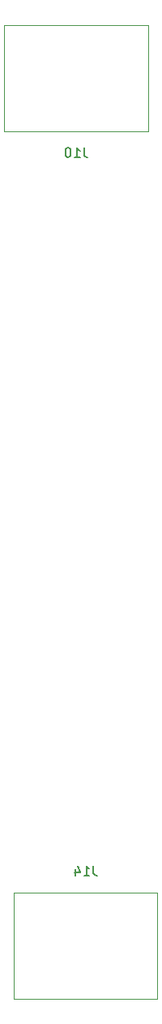
<source format=gbr>
G04 #@! TF.GenerationSoftware,KiCad,Pcbnew,5.1.2-f72e74a~84~ubuntu18.04.1*
G04 #@! TF.CreationDate,2019-07-30T17:28:06-04:00*
G04 #@! TF.ProjectId,kvm-base,6b766d2d-6261-4736-952e-6b696361645f,rev?*
G04 #@! TF.SameCoordinates,Original*
G04 #@! TF.FileFunction,Legend,Bot*
G04 #@! TF.FilePolarity,Positive*
%FSLAX46Y46*%
G04 Gerber Fmt 4.6, Leading zero omitted, Abs format (unit mm)*
G04 Created by KiCad (PCBNEW 5.1.2-f72e74a~84~ubuntu18.04.1) date 2019-07-30 17:28:06*
%MOMM*%
%LPD*%
G04 APERTURE LIST*
%ADD10C,0.120000*%
%ADD11C,0.150000*%
G04 APERTURE END LIST*
D10*
X51500000Y-20150000D02*
X51500000Y-31250000D01*
X66500000Y-20150000D02*
X51500000Y-20150000D01*
X66500000Y-31250000D02*
X66500000Y-20150000D01*
X51500000Y-31250000D02*
X66500000Y-31250000D01*
X67500000Y-121850000D02*
X67500000Y-110750000D01*
X52500000Y-121850000D02*
X67500000Y-121850000D01*
X52500000Y-110750000D02*
X52500000Y-121850000D01*
X67500000Y-110750000D02*
X52500000Y-110750000D01*
D11*
X59809523Y-32952380D02*
X59809523Y-33666666D01*
X59857142Y-33809523D01*
X59952380Y-33904761D01*
X60095238Y-33952380D01*
X60190476Y-33952380D01*
X58809523Y-33952380D02*
X59380952Y-33952380D01*
X59095238Y-33952380D02*
X59095238Y-32952380D01*
X59190476Y-33095238D01*
X59285714Y-33190476D01*
X59380952Y-33238095D01*
X58190476Y-32952380D02*
X58095238Y-32952380D01*
X58000000Y-33000000D01*
X57952380Y-33047619D01*
X57904761Y-33142857D01*
X57857142Y-33333333D01*
X57857142Y-33571428D01*
X57904761Y-33761904D01*
X57952380Y-33857142D01*
X58000000Y-33904761D01*
X58095238Y-33952380D01*
X58190476Y-33952380D01*
X58285714Y-33904761D01*
X58333333Y-33857142D01*
X58380952Y-33761904D01*
X58428571Y-33571428D01*
X58428571Y-33333333D01*
X58380952Y-33142857D01*
X58333333Y-33047619D01*
X58285714Y-33000000D01*
X58190476Y-32952380D01*
X60809523Y-107952380D02*
X60809523Y-108666666D01*
X60857142Y-108809523D01*
X60952380Y-108904761D01*
X61095238Y-108952380D01*
X61190476Y-108952380D01*
X59809523Y-108952380D02*
X60380952Y-108952380D01*
X60095238Y-108952380D02*
X60095238Y-107952380D01*
X60190476Y-108095238D01*
X60285714Y-108190476D01*
X60380952Y-108238095D01*
X58952380Y-108285714D02*
X58952380Y-108952380D01*
X59190476Y-107904761D02*
X59428571Y-108619047D01*
X58809523Y-108619047D01*
M02*

</source>
